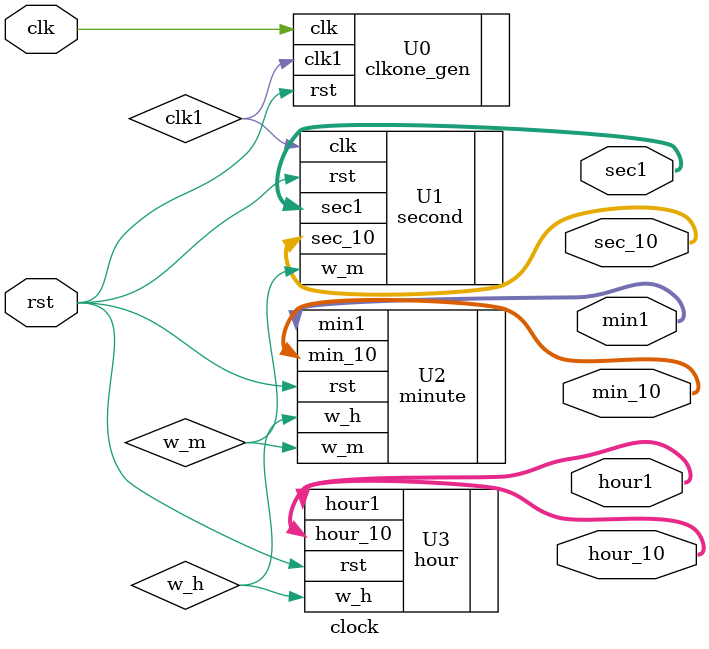
<source format=v>
module	clock ( 
						clk,
						rst,
						hour_10,
						hour1,
						min_10,
						min1,
						sec_10,
						sec1);
						
	input				clk, rst;
	output			[3:0] hour_10, hour1, min_10, min1, sec_10, sec1;
	wire				w_m, w_h;
	wire				clk1;
	
	
	
	clkone_gen		U0 ( 
							  .clk		(clk),
							  .rst		(rst),
							  .clk1		(clk1) );
	
	second			U1 ( 
							  .clk		(clk1),
							  .rst		(rst),
							  .w_m		(w_m),
							  .sec_10	(sec_10),
							  .sec1		(sec1) );
	
	minute			U2 ( 
							  .w_m		(w_m),	
							  .rst		(rst),
							  .w_h		(w_h),
							  .min_10	(min_10),
							  .min1		(min1) );
							  
	hour				U3 ( 
							  .w_h		(w_h),	
							  .rst		(rst),
							  .hour_10	(hour_10),
							  .hour1		(hour1) );

endmodule
</source>
